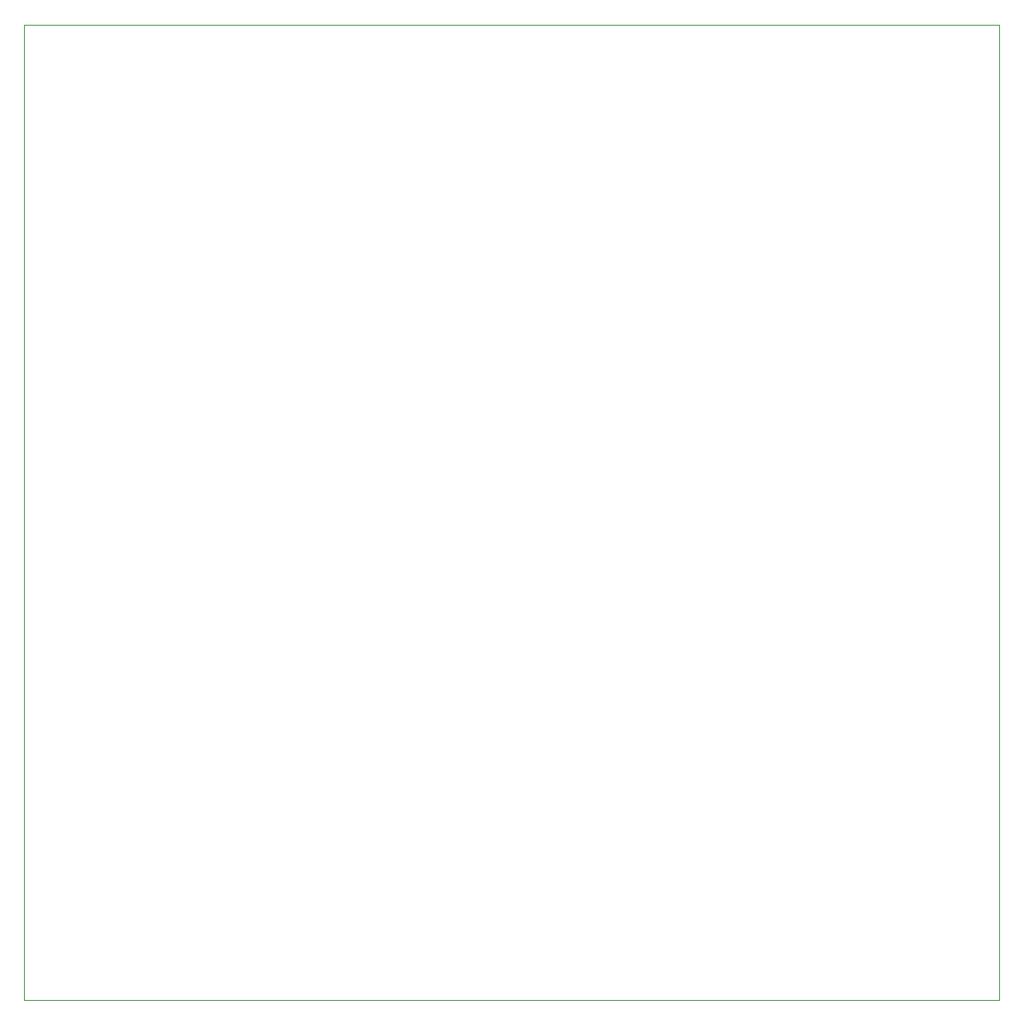
<source format=gko>
G75*
%MOIN*%
%OFA0B0*%
%FSLAX25Y25*%
%IPPOS*%
%LPD*%
%AMOC8*
5,1,8,0,0,1.08239X$1,22.5*
%
%ADD10C,0.00000*%
D10*
X0001500Y0001500D02*
X0001500Y0394500D01*
X0394500Y0394500D01*
X0394500Y0001500D01*
X0001500Y0001500D01*
M02*

</source>
